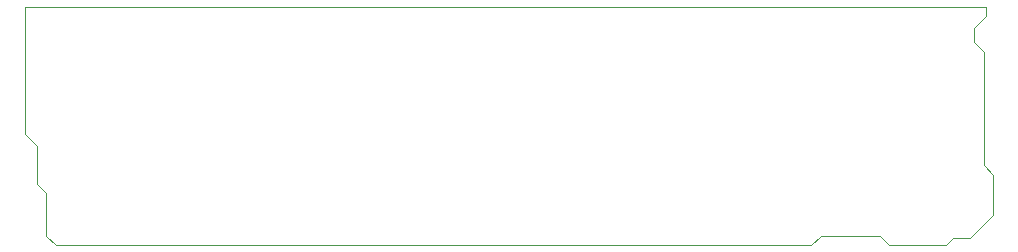
<source format=gko>
G04 (created by PCBNEW (2013-07-07 BZR 4022)-stable) date 01/09/2014 21:36:03*
%MOIN*%
G04 Gerber Fmt 3.4, Leading zero omitted, Abs format*
%FSLAX34Y34*%
G01*
G70*
G90*
G04 APERTURE LIST*
%ADD10C,0.00590551*%
%ADD11C,0.00393701*%
G04 APERTURE END LIST*
G54D10*
G54D11*
X90157Y-45275D02*
X89921Y-45511D01*
X90157Y-45196D02*
X90157Y-45275D01*
X90157Y-45118D02*
X90157Y-45196D01*
X90157Y-43937D02*
X90157Y-45118D01*
X89842Y-43622D02*
X90157Y-43937D01*
X89842Y-39842D02*
X89842Y-43622D01*
X89527Y-39527D02*
X89842Y-39842D01*
X89527Y-39055D02*
X89527Y-39527D01*
X89921Y-38661D02*
X89527Y-39055D01*
X89921Y-38346D02*
X89921Y-38661D01*
X89370Y-46062D02*
X89921Y-45511D01*
X88818Y-46062D02*
X89370Y-46062D01*
X88582Y-46299D02*
X88818Y-46062D01*
X87795Y-46299D02*
X88582Y-46299D01*
X86692Y-46299D02*
X87795Y-46299D01*
X86377Y-45984D02*
X86692Y-46299D01*
X84409Y-45984D02*
X86377Y-45984D01*
X84094Y-46299D02*
X84409Y-45984D01*
X58897Y-46299D02*
X84094Y-46299D01*
X58582Y-45984D02*
X58897Y-46299D01*
X58582Y-45905D02*
X58582Y-45984D01*
X58582Y-44566D02*
X58582Y-45905D01*
X58267Y-44251D02*
X58582Y-44566D01*
X58267Y-42992D02*
X58267Y-44251D01*
X57874Y-42598D02*
X58267Y-42992D01*
X57874Y-38346D02*
X57874Y-42598D01*
X89921Y-38346D02*
X57874Y-38346D01*
M02*

</source>
